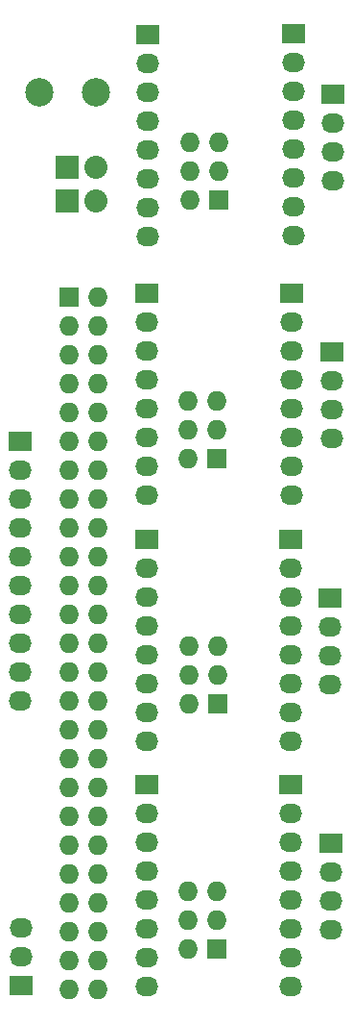
<source format=gbs>
G04 #@! TF.FileFunction,Soldermask,Bot*
%FSLAX46Y46*%
G04 Gerber Fmt 4.6, Leading zero omitted, Abs format (unit mm)*
G04 Created by KiCad (PCBNEW (2015-01-16 BZR 5376)-product) date 27.11.2015 11:03:24*
%MOMM*%
G01*
G04 APERTURE LIST*
%ADD10C,0.100000*%
%ADD11R,2.032000X2.032000*%
%ADD12O,2.032000X2.032000*%
%ADD13R,1.727200X1.727200*%
%ADD14O,1.727200X1.727200*%
%ADD15R,2.032000X1.727200*%
%ADD16O,2.032000X1.727200*%
%ADD17C,2.500000*%
G04 APERTURE END LIST*
D10*
D11*
X122174000Y-38989000D03*
D12*
X124714000Y-38989000D03*
D11*
X122174000Y-41910000D03*
D12*
X124714000Y-41910000D03*
D13*
X135500000Y-41798240D03*
D14*
X132960000Y-41798240D03*
X135500000Y-39258240D03*
X132960000Y-39258240D03*
X135500000Y-36718240D03*
X132960000Y-36718240D03*
D13*
X135400000Y-64587120D03*
D14*
X132860000Y-64587120D03*
X135400000Y-62047120D03*
X132860000Y-62047120D03*
X135400000Y-59507120D03*
X132860000Y-59507120D03*
D13*
X135427720Y-86207600D03*
D14*
X132887720Y-86207600D03*
X135427720Y-83667600D03*
X132887720Y-83667600D03*
X135427720Y-81127600D03*
X132887720Y-81127600D03*
D13*
X135360000Y-107792520D03*
D14*
X132820000Y-107792520D03*
X135360000Y-105252520D03*
X132820000Y-105252520D03*
X135360000Y-102712520D03*
X132820000Y-102712520D03*
D15*
X145623280Y-32486600D03*
D16*
X145623280Y-35026600D03*
X145623280Y-37566600D03*
X145623280Y-40106600D03*
D15*
X145481040Y-55199280D03*
D16*
X145481040Y-57739280D03*
X145481040Y-60279280D03*
X145481040Y-62819280D03*
D15*
X145379440Y-76850240D03*
D16*
X145379440Y-79390240D03*
X145379440Y-81930240D03*
X145379440Y-84470240D03*
D15*
X145399760Y-98435160D03*
D16*
X145399760Y-100975160D03*
X145399760Y-103515160D03*
X145399760Y-106055160D03*
D15*
X117983000Y-63119000D03*
D16*
X117983000Y-65659000D03*
X117983000Y-68199000D03*
X117983000Y-70739000D03*
X117983000Y-73279000D03*
X117983000Y-75819000D03*
X117983000Y-78359000D03*
X117983000Y-80899000D03*
X117983000Y-83439000D03*
X117983000Y-85979000D03*
D15*
X118110000Y-110998000D03*
D16*
X118110000Y-108458000D03*
X118110000Y-105918000D03*
D13*
X122301000Y-50419000D03*
D14*
X124841000Y-50419000D03*
X122301000Y-52959000D03*
X124841000Y-52959000D03*
X122301000Y-55499000D03*
X124841000Y-55499000D03*
X122301000Y-58039000D03*
X124841000Y-58039000D03*
X122301000Y-60579000D03*
X124841000Y-60579000D03*
X122301000Y-63119000D03*
X124841000Y-63119000D03*
X122301000Y-65659000D03*
X124841000Y-65659000D03*
X122301000Y-68199000D03*
X124841000Y-68199000D03*
X122301000Y-70739000D03*
X124841000Y-70739000D03*
X122301000Y-73279000D03*
X124841000Y-73279000D03*
X122301000Y-75819000D03*
X124841000Y-75819000D03*
X122301000Y-78359000D03*
X124841000Y-78359000D03*
X122301000Y-80899000D03*
X124841000Y-80899000D03*
X122301000Y-83439000D03*
X124841000Y-83439000D03*
X122301000Y-85979000D03*
X124841000Y-85979000D03*
X122301000Y-88519000D03*
X124841000Y-88519000D03*
X122301000Y-91059000D03*
X124841000Y-91059000D03*
X122301000Y-93599000D03*
X124841000Y-93599000D03*
X122301000Y-96139000D03*
X124841000Y-96139000D03*
X122301000Y-98679000D03*
X124841000Y-98679000D03*
X122301000Y-101219000D03*
X124841000Y-101219000D03*
X122301000Y-103759000D03*
X124841000Y-103759000D03*
X122301000Y-106299000D03*
X124841000Y-106299000D03*
X122301000Y-108839000D03*
X124841000Y-108839000D03*
X122301000Y-111379000D03*
X124841000Y-111379000D03*
D15*
X129286000Y-27305000D03*
D16*
X129286000Y-29845000D03*
X129286000Y-32385000D03*
X129286000Y-34925000D03*
X129286000Y-37465000D03*
X129286000Y-40005000D03*
X129286000Y-42545000D03*
X129286000Y-45085000D03*
D15*
X142113000Y-27178000D03*
D16*
X142113000Y-29718000D03*
X142113000Y-32258000D03*
X142113000Y-34798000D03*
X142113000Y-37338000D03*
X142113000Y-39878000D03*
X142113000Y-42418000D03*
X142113000Y-44958000D03*
D15*
X129159000Y-50038000D03*
D16*
X129159000Y-52578000D03*
X129159000Y-55118000D03*
X129159000Y-57658000D03*
X129159000Y-60198000D03*
X129159000Y-62738000D03*
X129159000Y-65278000D03*
X129159000Y-67818000D03*
D15*
X141986000Y-50038000D03*
D16*
X141986000Y-52578000D03*
X141986000Y-55118000D03*
X141986000Y-57658000D03*
X141986000Y-60198000D03*
X141986000Y-62738000D03*
X141986000Y-65278000D03*
X141986000Y-67818000D03*
D15*
X129159000Y-71755000D03*
D16*
X129159000Y-74295000D03*
X129159000Y-76835000D03*
X129159000Y-79375000D03*
X129159000Y-81915000D03*
X129159000Y-84455000D03*
X129159000Y-86995000D03*
X129159000Y-89535000D03*
D15*
X141859000Y-71755000D03*
D16*
X141859000Y-74295000D03*
X141859000Y-76835000D03*
X141859000Y-79375000D03*
X141859000Y-81915000D03*
X141859000Y-84455000D03*
X141859000Y-86995000D03*
X141859000Y-89535000D03*
D15*
X129159000Y-93345000D03*
D16*
X129159000Y-95885000D03*
X129159000Y-98425000D03*
X129159000Y-100965000D03*
X129159000Y-103505000D03*
X129159000Y-106045000D03*
X129159000Y-108585000D03*
X129159000Y-111125000D03*
D15*
X141859000Y-93345000D03*
D16*
X141859000Y-95885000D03*
X141859000Y-98425000D03*
X141859000Y-100965000D03*
X141859000Y-103505000D03*
X141859000Y-106045000D03*
X141859000Y-108585000D03*
X141859000Y-111125000D03*
D17*
X119674000Y-32385000D03*
X124674000Y-32385000D03*
M02*

</source>
